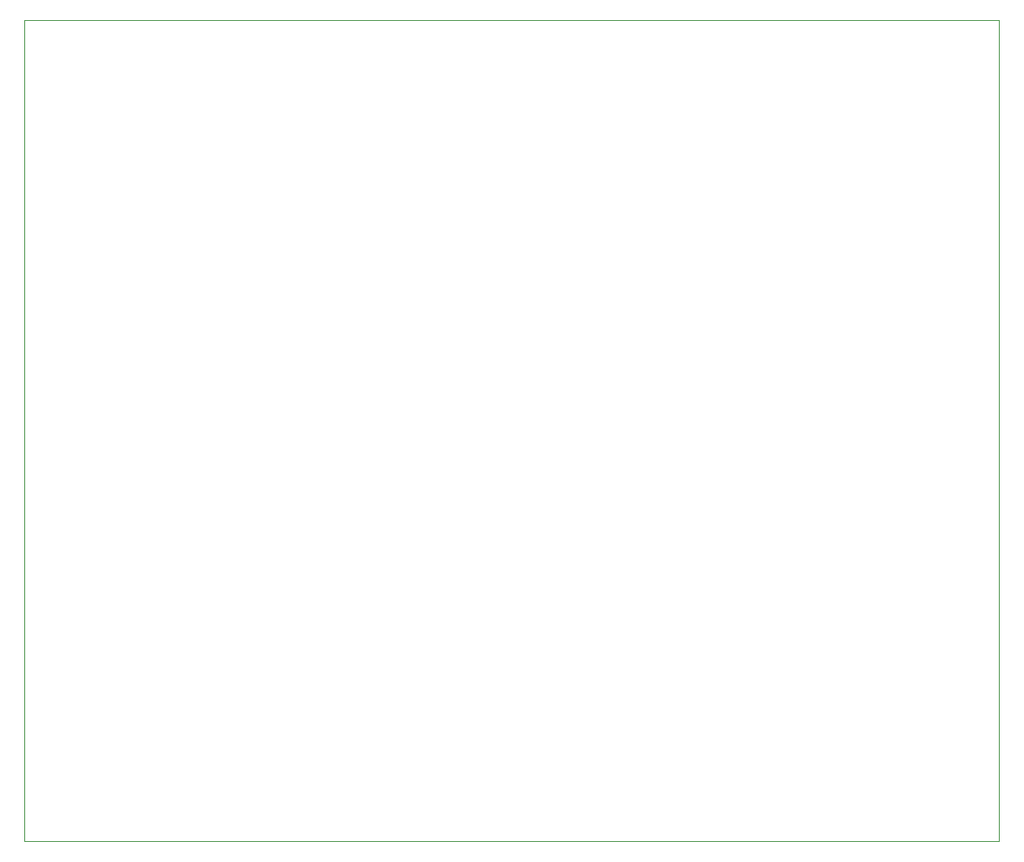
<source format=gbr>
G04 #@! TF.GenerationSoftware,KiCad,Pcbnew,5.1.4+dfsg1-1~bpo10+1*
G04 #@! TF.CreationDate,2022-07-21T16:49:21+05:30*
G04 #@! TF.ProjectId,555timer,35353574-696d-4657-922e-6b696361645f,rev?*
G04 #@! TF.SameCoordinates,Original*
G04 #@! TF.FileFunction,Profile,NP*
%FSLAX46Y46*%
G04 Gerber Fmt 4.6, Leading zero omitted, Abs format (unit mm)*
G04 Created by KiCad (PCBNEW 5.1.4+dfsg1-1~bpo10+1) date 2022-07-21 16:49:21*
%MOMM*%
%LPD*%
G04 APERTURE LIST*
%ADD10C,0.050000*%
G04 APERTURE END LIST*
D10*
X124460000Y-109982000D02*
X75184000Y-109982000D01*
X75184000Y-26924000D02*
X124460000Y-26924000D01*
X124460000Y-54610000D02*
X124460000Y-82296000D01*
X124460000Y-82296000D02*
X124460000Y-109982000D01*
X124460000Y-26924000D02*
X124460000Y-54610000D01*
X25908000Y-82296000D02*
X25908000Y-109982000D01*
X75184000Y-109982000D02*
X25908000Y-109982000D01*
X25908000Y-54610000D02*
X25908000Y-82296000D01*
X25908000Y-26924000D02*
X25908000Y-54610000D01*
X25908000Y-26924000D02*
X75184000Y-26924000D01*
M02*

</source>
